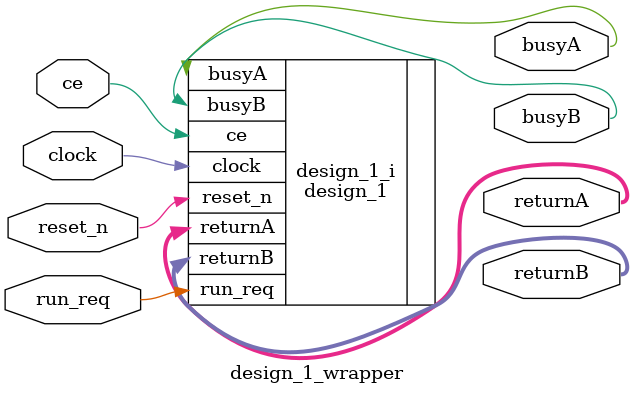
<source format=v>
`timescale 1 ps / 1 ps

module design_1_wrapper
   (busyA,
    busyB,
    ce,
    clock,
    reset_n,
    returnA,
    returnB,
    run_req);
  output busyA;
  output busyB;
  input ce;
  input clock;
  input reset_n;
  output [31:0]returnA;
  output [31:0]returnB;
  input run_req;

  wire busyA;
  wire busyB;
  wire ce;
  wire clock;
  wire reset_n;
  wire [31:0]returnA;
  wire [31:0]returnB;
  wire run_req;

  design_1 design_1_i
       (.busyA(busyA),
        .busyB(busyB),
        .ce(ce),
        .clock(clock),
        .reset_n(reset_n),
        .returnA(returnA),
        .returnB(returnB),
        .run_req(run_req));
endmodule

</source>
